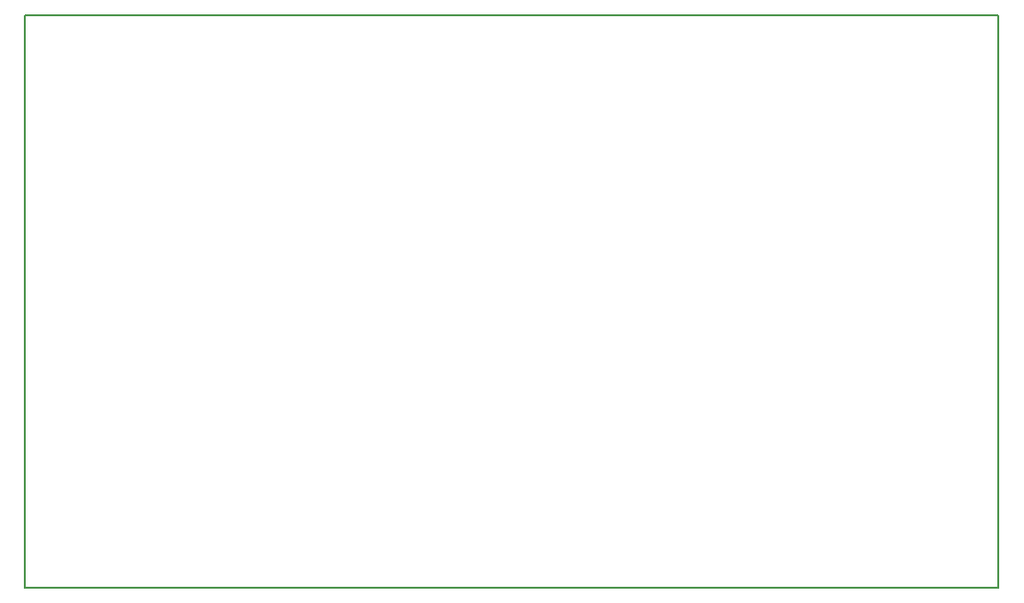
<source format=gm1>
G04 #@! TF.GenerationSoftware,KiCad,Pcbnew,8.0.3*
G04 #@! TF.CreationDate,2024-06-26T21:01:40-07:00*
G04 #@! TF.ProjectId,PCTGotekAdapter,50435447-6f74-4656-9b41-646170746572,B*
G04 #@! TF.SameCoordinates,Original*
G04 #@! TF.FileFunction,Profile,NP*
%FSLAX46Y46*%
G04 Gerber Fmt 4.6, Leading zero omitted, Abs format (unit mm)*
G04 Created by KiCad (PCBNEW 8.0.3) date 2024-06-26 21:01:40*
%MOMM*%
%LPD*%
G01*
G04 APERTURE LIST*
G04 #@! TA.AperFunction,Profile*
%ADD10C,0.150000*%
G04 #@! TD*
G04 APERTURE END LIST*
D10*
X124460000Y-73660000D02*
X210820000Y-73660000D01*
X210820000Y-124460000D01*
X124460000Y-124460000D01*
X124460000Y-73660000D01*
M02*

</source>
